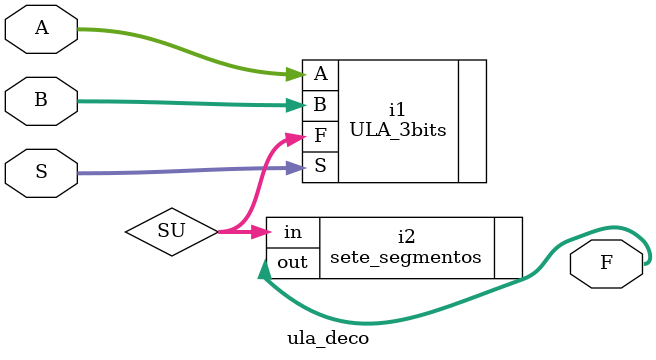
<source format=v>
module ula_deco(
	input [2:0] A,
	input [2:0] B,
	input [2:0] S,
	output wire [6:0] F
);

wire [3:0] SU;

ULA_3bits i1 (.A(A), .B(B), .S(S), .F(SU));

sete_segmentos i2 (.in(SU), .out(F));

endmodule

</source>
